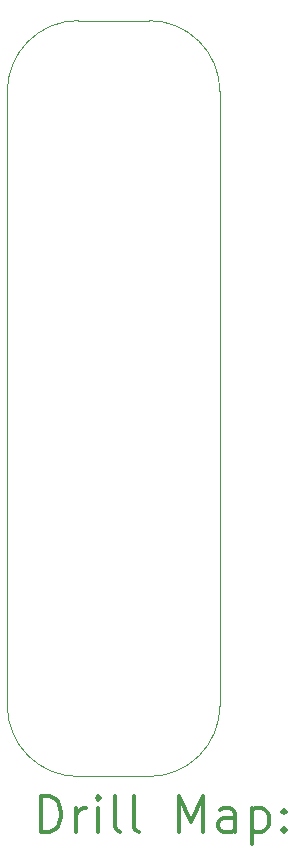
<source format=gbr>
%FSLAX45Y45*%
G04 Gerber Fmt 4.5, Leading zero omitted, Abs format (unit mm)*
G04 Created by KiCad (PCBNEW 5.1.9+dfsg1-1) date 2022-11-10 16:02:53*
%MOMM*%
%LPD*%
G01*
G04 APERTURE LIST*
%TA.AperFunction,Profile*%
%ADD10C,0.050000*%
%TD*%
%ADD11C,0.200000*%
%ADD12C,0.300000*%
G04 APERTURE END LIST*
D10*
X15300000Y-4550000D02*
G75*
G02*
X15900000Y-5150000I0J-600000D01*
G01*
X15900000Y-10350000D02*
G75*
G02*
X15300000Y-10950000I-600000J0D01*
G01*
X14700000Y-10950000D02*
G75*
G02*
X14100000Y-10350000I0J600000D01*
G01*
X14100000Y-5150000D02*
G75*
G02*
X14700000Y-4550000I600000J0D01*
G01*
X14100000Y-5150000D02*
X14100000Y-10350000D01*
X15300000Y-4550000D02*
X14700000Y-4550000D01*
X15900000Y-10350000D02*
X15900000Y-5150000D01*
X14700000Y-10950000D02*
X15300000Y-10950000D01*
D11*
D12*
X14383928Y-11418214D02*
X14383928Y-11118214D01*
X14455357Y-11118214D01*
X14498214Y-11132500D01*
X14526786Y-11161072D01*
X14541071Y-11189643D01*
X14555357Y-11246786D01*
X14555357Y-11289643D01*
X14541071Y-11346786D01*
X14526786Y-11375357D01*
X14498214Y-11403929D01*
X14455357Y-11418214D01*
X14383928Y-11418214D01*
X14683928Y-11418214D02*
X14683928Y-11218214D01*
X14683928Y-11275357D02*
X14698214Y-11246786D01*
X14712500Y-11232500D01*
X14741071Y-11218214D01*
X14769643Y-11218214D01*
X14869643Y-11418214D02*
X14869643Y-11218214D01*
X14869643Y-11118214D02*
X14855357Y-11132500D01*
X14869643Y-11146786D01*
X14883928Y-11132500D01*
X14869643Y-11118214D01*
X14869643Y-11146786D01*
X15055357Y-11418214D02*
X15026786Y-11403929D01*
X15012500Y-11375357D01*
X15012500Y-11118214D01*
X15212500Y-11418214D02*
X15183928Y-11403929D01*
X15169643Y-11375357D01*
X15169643Y-11118214D01*
X15555357Y-11418214D02*
X15555357Y-11118214D01*
X15655357Y-11332500D01*
X15755357Y-11118214D01*
X15755357Y-11418214D01*
X16026786Y-11418214D02*
X16026786Y-11261071D01*
X16012500Y-11232500D01*
X15983928Y-11218214D01*
X15926786Y-11218214D01*
X15898214Y-11232500D01*
X16026786Y-11403929D02*
X15998214Y-11418214D01*
X15926786Y-11418214D01*
X15898214Y-11403929D01*
X15883928Y-11375357D01*
X15883928Y-11346786D01*
X15898214Y-11318214D01*
X15926786Y-11303929D01*
X15998214Y-11303929D01*
X16026786Y-11289643D01*
X16169643Y-11218214D02*
X16169643Y-11518214D01*
X16169643Y-11232500D02*
X16198214Y-11218214D01*
X16255357Y-11218214D01*
X16283928Y-11232500D01*
X16298214Y-11246786D01*
X16312500Y-11275357D01*
X16312500Y-11361071D01*
X16298214Y-11389643D01*
X16283928Y-11403929D01*
X16255357Y-11418214D01*
X16198214Y-11418214D01*
X16169643Y-11403929D01*
X16441071Y-11389643D02*
X16455357Y-11403929D01*
X16441071Y-11418214D01*
X16426786Y-11403929D01*
X16441071Y-11389643D01*
X16441071Y-11418214D01*
X16441071Y-11232500D02*
X16455357Y-11246786D01*
X16441071Y-11261071D01*
X16426786Y-11246786D01*
X16441071Y-11232500D01*
X16441071Y-11261071D01*
M02*

</source>
